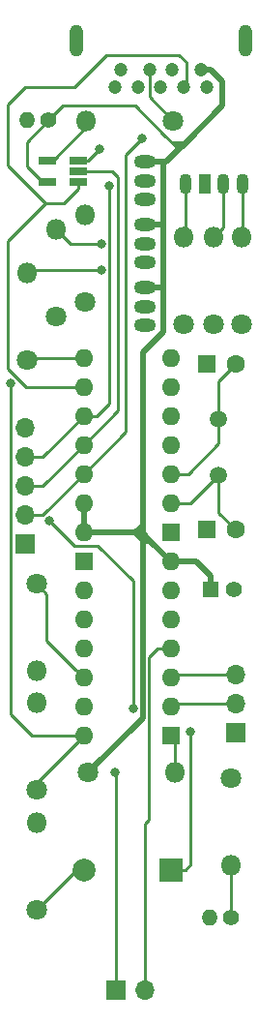
<source format=gbr>
G04 #@! TF.GenerationSoftware,KiCad,Pcbnew,5.0.2-bee76a0~70~ubuntu16.04.1*
G04 #@! TF.CreationDate,2019-09-24T08:49:17-06:00*
G04 #@! TF.ProjectId,soil_sensor_kicad_tht,736f696c-5f73-4656-9e73-6f725f6b6963,rev?*
G04 #@! TF.SameCoordinates,Original*
G04 #@! TF.FileFunction,Copper,L1,Top*
G04 #@! TF.FilePolarity,Positive*
%FSLAX46Y46*%
G04 Gerber Fmt 4.6, Leading zero omitted, Abs format (unit mm)*
G04 Created by KiCad (PCBNEW 5.0.2-bee76a0~70~ubuntu16.04.1) date Tue 24 Sep 2019 08:49:17 AM MDT*
%MOMM*%
%LPD*%
G01*
G04 APERTURE LIST*
G04 #@! TA.AperFunction,ComponentPad*
%ADD10O,1.800000X1.800000*%
G04 #@! TD*
G04 #@! TA.AperFunction,ComponentPad*
%ADD11C,1.800000*%
G04 #@! TD*
G04 #@! TA.AperFunction,ComponentPad*
%ADD12O,1.900000X1.150000*%
G04 #@! TD*
G04 #@! TA.AperFunction,ComponentPad*
%ADD13R,1.400000X1.400000*%
G04 #@! TD*
G04 #@! TA.AperFunction,ComponentPad*
%ADD14C,1.400000*%
G04 #@! TD*
G04 #@! TA.AperFunction,ComponentPad*
%ADD15O,1.070000X1.800000*%
G04 #@! TD*
G04 #@! TA.AperFunction,ComponentPad*
%ADD16R,1.070000X1.800000*%
G04 #@! TD*
G04 #@! TA.AperFunction,ComponentPad*
%ADD17C,1.200000*%
G04 #@! TD*
G04 #@! TA.AperFunction,ComponentPad*
%ADD18O,1.200000X2.800000*%
G04 #@! TD*
G04 #@! TA.AperFunction,SMDPad,CuDef*
%ADD19R,1.560000X0.650000*%
G04 #@! TD*
G04 #@! TA.AperFunction,ComponentPad*
%ADD20C,2.000000*%
G04 #@! TD*
G04 #@! TA.AperFunction,ComponentPad*
%ADD21R,2.000000X2.000000*%
G04 #@! TD*
G04 #@! TA.AperFunction,ComponentPad*
%ADD22R,1.700000X1.700000*%
G04 #@! TD*
G04 #@! TA.AperFunction,ComponentPad*
%ADD23O,1.700000X1.700000*%
G04 #@! TD*
G04 #@! TA.AperFunction,ComponentPad*
%ADD24C,1.600000*%
G04 #@! TD*
G04 #@! TA.AperFunction,ComponentPad*
%ADD25R,1.600000X1.600000*%
G04 #@! TD*
G04 #@! TA.AperFunction,ComponentPad*
%ADD26C,1.500000*%
G04 #@! TD*
G04 #@! TA.AperFunction,ComponentPad*
%ADD27O,1.600000X1.600000*%
G04 #@! TD*
G04 #@! TA.AperFunction,ComponentPad*
%ADD28O,1.400000X1.400000*%
G04 #@! TD*
G04 #@! TA.AperFunction,ViaPad*
%ADD29C,0.800000*%
G04 #@! TD*
G04 #@! TA.AperFunction,Conductor*
%ADD30C,0.250000*%
G04 #@! TD*
G04 #@! TA.AperFunction,Conductor*
%ADD31C,0.500000*%
G04 #@! TD*
G04 APERTURE END LIST*
D10*
G04 #@! TO.P,R7,2*
G04 #@! TO.N,Net-(D1-Pad4)*
X99500000Y-78180000D03*
D11*
G04 #@! TO.P,R7,1*
G04 #@! TO.N,Net-(Q3-Pad1)*
X99500000Y-85800000D03*
G04 #@! TD*
G04 #@! TO.P,R6,1*
G04 #@! TO.N,Net-(Q2-Pad1)*
X97000000Y-85800000D03*
D10*
G04 #@! TO.P,R6,2*
G04 #@! TO.N,Net-(D1-Pad3)*
X97000000Y-78180000D03*
G04 #@! TD*
G04 #@! TO.P,R4,2*
G04 #@! TO.N,Reset*
X93620000Y-125000000D03*
D11*
G04 #@! TO.P,R4,1*
G04 #@! TO.N,+5V*
X86000000Y-125000000D03*
G04 #@! TD*
G04 #@! TO.P,R3,1*
G04 #@! TO.N,SoilSensorIn*
X81500000Y-108500000D03*
D10*
G04 #@! TO.P,R3,2*
G04 #@! TO.N,GND*
X81500000Y-116120000D03*
G04 #@! TD*
G04 #@! TO.P,R2,2*
G04 #@! TO.N,GND*
X81500000Y-118880000D03*
D11*
G04 #@! TO.P,R2,1*
G04 #@! TO.N,LDR*
X81500000Y-126500000D03*
G04 #@! TD*
G04 #@! TO.P,R5,1*
G04 #@! TO.N,Net-(Q1-Pad1)*
X94400000Y-85800000D03*
D10*
G04 #@! TO.P,R5,2*
G04 #@! TO.N,Net-(D1-Pad2)*
X94400000Y-78180000D03*
G04 #@! TD*
G04 #@! TO.P,R8,2*
G04 #@! TO.N,Net-(Q1-Pad2)*
X80645000Y-81280000D03*
D11*
G04 #@! TO.P,R8,1*
G04 #@! TO.N,Red*
X80645000Y-88900000D03*
G04 #@! TD*
G04 #@! TO.P,R9,1*
G04 #@! TO.N,Green*
X83185000Y-85090000D03*
D10*
G04 #@! TO.P,R9,2*
G04 #@! TO.N,Net-(Q2-Pad2)*
X83185000Y-77470000D03*
G04 #@! TD*
G04 #@! TO.P,R10,2*
G04 #@! TO.N,Net-(Q3-Pad2)*
X85725000Y-76200000D03*
D11*
G04 #@! TO.P,R10,1*
G04 #@! TO.N,Blue*
X85725000Y-83820000D03*
G04 #@! TD*
G04 #@! TO.P,R11,1*
G04 #@! TO.N,GND*
X98500000Y-125500000D03*
D10*
G04 #@! TO.P,R11,2*
G04 #@! TO.N,Thermistor*
X98500000Y-133120000D03*
G04 #@! TD*
G04 #@! TO.P,R12,2*
G04 #@! TO.N,GND*
X81500000Y-129380000D03*
D11*
G04 #@! TO.P,R12,1*
G04 #@! TO.N,Net-(BZ1-Pad2)*
X81500000Y-137000000D03*
G04 #@! TD*
G04 #@! TO.P,R13,1*
G04 #@! TO.N,Net-(J4-Pad3)*
X93500000Y-68000000D03*
D10*
G04 #@! TO.P,R13,2*
G04 #@! TO.N,Net-(R13-Pad2)*
X85880000Y-68000000D03*
G04 #@! TD*
D12*
G04 #@! TO.P,Q1,2*
G04 #@! TO.N,Net-(Q1-Pad2)*
X91000000Y-84230000D03*
G04 #@! TO.P,Q1,3*
G04 #@! TO.N,+5V*
X91000000Y-82579000D03*
G04 #@! TO.P,Q1,1*
G04 #@! TO.N,Net-(Q1-Pad1)*
X91000000Y-85881000D03*
G04 #@! TD*
G04 #@! TO.P,Q2,1*
G04 #@! TO.N,Net-(Q2-Pad1)*
X91000000Y-80381000D03*
G04 #@! TO.P,Q2,3*
G04 #@! TO.N,+5V*
X91000000Y-77079000D03*
G04 #@! TO.P,Q2,2*
G04 #@! TO.N,Net-(Q2-Pad2)*
X91000000Y-78730000D03*
G04 #@! TD*
G04 #@! TO.P,Q3,2*
G04 #@! TO.N,Net-(Q3-Pad2)*
X91000000Y-73230000D03*
G04 #@! TO.P,Q3,3*
G04 #@! TO.N,+5V*
X91000000Y-71579000D03*
G04 #@! TO.P,Q3,1*
G04 #@! TO.N,Net-(Q3-Pad1)*
X91000000Y-74881000D03*
G04 #@! TD*
D13*
G04 #@! TO.P,C1,1*
G04 #@! TO.N,+5V*
X96746000Y-109000000D03*
D14*
G04 #@! TO.P,C1,2*
G04 #@! TO.N,GND*
X98778000Y-109000000D03*
G04 #@! TD*
D15*
G04 #@! TO.P,D1,2*
G04 #@! TO.N,Net-(D1-Pad2)*
X94592000Y-73500000D03*
D16*
G04 #@! TO.P,D1,1*
G04 #@! TO.N,GND*
X96243000Y-73500000D03*
D15*
G04 #@! TO.P,D1,3*
G04 #@! TO.N,Net-(D1-Pad3)*
X97894000Y-73500000D03*
G04 #@! TO.P,D1,4*
G04 #@! TO.N,Net-(D1-Pad4)*
X99545000Y-73500000D03*
G04 #@! TD*
D17*
G04 #@! TO.P,J4,1*
G04 #@! TO.N,+5V*
X95885000Y-63500000D03*
G04 #@! TO.P,J4,2*
G04 #@! TO.N,SCK*
X93385000Y-63500000D03*
G04 #@! TO.P,J4,3*
G04 #@! TO.N,Net-(J4-Pad3)*
X91385000Y-63500000D03*
G04 #@! TO.P,J4,4*
G04 #@! TO.N,GND*
X88885000Y-63500000D03*
G04 #@! TO.P,J4,5*
G04 #@! TO.N,Net-(J4-Pad5)*
X88385000Y-65000000D03*
G04 #@! TO.P,J4,6*
G04 #@! TO.N,Net-(J4-Pad6)*
X90385000Y-65000000D03*
G04 #@! TO.P,J4,7*
G04 #@! TO.N,GND*
X92385000Y-65000000D03*
G04 #@! TO.P,J4,8*
G04 #@! TO.N,SS*
X94385000Y-65000000D03*
G04 #@! TO.P,J4,9*
G04 #@! TO.N,MOSI*
X96385000Y-65000000D03*
D18*
G04 #@! TO.P,J4,10*
G04 #@! TO.N,GND*
X84963000Y-60960000D03*
X99822000Y-60960000D03*
G04 #@! TD*
D19*
G04 #@! TO.P,U2,1*
G04 #@! TO.N,SS*
X85170000Y-73340000D03*
G04 #@! TO.P,U2,2*
G04 #@! TO.N,MISO*
X85170000Y-72390000D03*
G04 #@! TO.P,U2,3*
G04 #@! TO.N,GND*
X85170000Y-71440000D03*
G04 #@! TO.P,U2,4*
G04 #@! TO.N,Net-(R13-Pad2)*
X82470000Y-71440000D03*
G04 #@! TO.P,U2,5*
G04 #@! TO.N,+5V*
X82470000Y-73340000D03*
G04 #@! TD*
D20*
G04 #@! TO.P,BZ1,2*
G04 #@! TO.N,Net-(BZ1-Pad2)*
X85700000Y-133500000D03*
D21*
G04 #@! TO.P,BZ1,1*
G04 #@! TO.N,Buzzer*
X93300000Y-133500000D03*
G04 #@! TD*
D22*
G04 #@! TO.P,J1,1*
G04 #@! TO.N,SoilSensorIn*
X88500000Y-144000000D03*
D23*
G04 #@! TO.P,J1,2*
G04 #@! TO.N,SoilSensorOut*
X91040000Y-144000000D03*
G04 #@! TD*
D22*
G04 #@! TO.P,J2,1*
G04 #@! TO.N,GND*
X99000000Y-121500000D03*
D23*
G04 #@! TO.P,J2,2*
G04 #@! TO.N,RX*
X99000000Y-118960000D03*
G04 #@! TO.P,J2,3*
G04 #@! TO.N,TX*
X99000000Y-116420000D03*
G04 #@! TD*
D22*
G04 #@! TO.P,J3,1*
G04 #@! TO.N,GND*
X80500000Y-105000000D03*
D23*
G04 #@! TO.P,J3,2*
G04 #@! TO.N,SCK*
X80500000Y-102460000D03*
G04 #@! TO.P,J3,3*
G04 #@! TO.N,MISO*
X80500000Y-99920000D03*
G04 #@! TO.P,J3,4*
G04 #@! TO.N,MOSI*
X80500000Y-97380000D03*
G04 #@! TO.P,J3,5*
G04 #@! TO.N,Reset*
X80500000Y-94840000D03*
G04 #@! TD*
D24*
G04 #@! TO.P,C2,2*
G04 #@! TO.N,Net-(C2-Pad2)*
X98950000Y-103750000D03*
D25*
G04 #@! TO.P,C2,1*
G04 #@! TO.N,GND*
X96450000Y-103750000D03*
G04 #@! TD*
D24*
G04 #@! TO.P,C3,1*
G04 #@! TO.N,Net-(C3-Pad1)*
X98950000Y-89250000D03*
D25*
G04 #@! TO.P,C3,2*
G04 #@! TO.N,GND*
X96450000Y-89250000D03*
G04 #@! TD*
D26*
G04 #@! TO.P,Y1,1*
G04 #@! TO.N,Net-(C2-Pad2)*
X97450000Y-99000000D03*
G04 #@! TO.P,Y1,2*
G04 #@! TO.N,Net-(C3-Pad1)*
X97450000Y-94100000D03*
G04 #@! TD*
D25*
G04 #@! TO.P,U1,1*
G04 #@! TO.N,Reset*
X93250000Y-121750000D03*
D27*
G04 #@! TO.P,U1,15*
G04 #@! TO.N,Red*
X85630000Y-88730000D03*
G04 #@! TO.P,U1,2*
G04 #@! TO.N,RX*
X93250000Y-119210000D03*
G04 #@! TO.P,U1,16*
G04 #@! TO.N,SS*
X85630000Y-91270000D03*
G04 #@! TO.P,U1,3*
G04 #@! TO.N,TX*
X93250000Y-116670000D03*
G04 #@! TO.P,U1,17*
G04 #@! TO.N,MOSI*
X85630000Y-93810000D03*
G04 #@! TO.P,U1,4*
G04 #@! TO.N,SoilSensorOut*
X93250000Y-114130000D03*
G04 #@! TO.P,U1,18*
G04 #@! TO.N,MISO*
X85630000Y-96350000D03*
G04 #@! TO.P,U1,5*
G04 #@! TO.N,Buzzer*
X93250000Y-111590000D03*
G04 #@! TO.P,U1,19*
G04 #@! TO.N,SCK*
X85630000Y-98890000D03*
G04 #@! TO.P,U1,6*
G04 #@! TO.N,Net-(U1-Pad6)*
X93250000Y-109050000D03*
G04 #@! TO.P,U1,20*
G04 #@! TO.N,+5V*
X85630000Y-101430000D03*
G04 #@! TO.P,U1,7*
X93250000Y-106510000D03*
G04 #@! TO.P,U1,21*
X85630000Y-103970000D03*
D25*
G04 #@! TO.P,U1,8*
G04 #@! TO.N,GND*
X93250000Y-103970000D03*
G04 #@! TO.P,U1,22*
X85630000Y-106510000D03*
D27*
G04 #@! TO.P,U1,9*
G04 #@! TO.N,Net-(C2-Pad2)*
X93250000Y-101430000D03*
G04 #@! TO.P,U1,23*
G04 #@! TO.N,Net-(U1-Pad23)*
X85630000Y-109050000D03*
G04 #@! TO.P,U1,10*
G04 #@! TO.N,Net-(C3-Pad1)*
X93250000Y-98890000D03*
G04 #@! TO.P,U1,24*
G04 #@! TO.N,Net-(U1-Pad24)*
X85630000Y-111590000D03*
G04 #@! TO.P,U1,11*
G04 #@! TO.N,Green*
X93250000Y-96350000D03*
G04 #@! TO.P,U1,25*
G04 #@! TO.N,Net-(U1-Pad25)*
X85630000Y-114130000D03*
G04 #@! TO.P,U1,12*
G04 #@! TO.N,Blue*
X93250000Y-93810000D03*
G04 #@! TO.P,U1,26*
G04 #@! TO.N,SoilSensorIn*
X85630000Y-116670000D03*
G04 #@! TO.P,U1,13*
G04 #@! TO.N,Net-(U1-Pad13)*
X93250000Y-91270000D03*
G04 #@! TO.P,U1,27*
G04 #@! TO.N,Thermistor*
X85630000Y-119210000D03*
G04 #@! TO.P,U1,14*
G04 #@! TO.N,Net-(U1-Pad14)*
X93250000Y-88730000D03*
G04 #@! TO.P,U1,28*
G04 #@! TO.N,LDR*
X85630000Y-121750000D03*
G04 #@! TD*
D28*
G04 #@! TO.P,R1,2*
G04 #@! TO.N,LDR*
X80650000Y-67945000D03*
D14*
G04 #@! TO.P,R1,1*
G04 #@! TO.N,+5V*
X82550000Y-67945000D03*
G04 #@! TD*
G04 #@! TO.P,TH1,1*
G04 #@! TO.N,Thermistor*
X98552000Y-137668000D03*
D28*
G04 #@! TO.P,TH1,2*
G04 #@! TO.N,+5V*
X96652000Y-137668000D03*
G04 #@! TD*
D29*
G04 #@! TO.N,Net-(Q1-Pad2)*
X87159000Y-81026000D03*
G04 #@! TO.N,GND*
X86995000Y-70485000D03*
G04 #@! TO.N,LDR*
X79243347Y-90936653D03*
G04 #@! TO.N,SoilSensorIn*
X88392000Y-124968000D03*
G04 #@! TO.N,Net-(Q2-Pad2)*
X87159000Y-78740000D03*
G04 #@! TO.N,Reset*
X89955000Y-119380000D03*
X82612653Y-102932653D03*
G04 #@! TO.N,MOSI*
X87878070Y-73660012D03*
G04 #@! TO.N,SCK*
X90750000Y-69500000D03*
G04 #@! TO.N,Buzzer*
X94996000Y-121412000D03*
G04 #@! TD*
D30*
G04 #@! TO.N,Red*
X80815000Y-88730000D02*
X80645000Y-88900000D01*
X85630000Y-88730000D02*
X80815000Y-88730000D01*
G04 #@! TO.N,Net-(Q1-Pad2)*
X80899000Y-81026000D02*
X80645000Y-81280000D01*
X87159000Y-81026000D02*
X80899000Y-81026000D01*
G04 #@! TO.N,Thermistor*
X98500000Y-137616000D02*
X98552000Y-137668000D01*
X98500000Y-133120000D02*
X98500000Y-137616000D01*
G04 #@! TO.N,GND*
X86040000Y-71440000D02*
X86995000Y-70485000D01*
X85170000Y-71440000D02*
X86040000Y-71440000D01*
G04 #@! TO.N,Net-(Q3-Pad2)*
X86061410Y-76200000D02*
X85725000Y-76200000D01*
G04 #@! TO.N,Net-(D1-Pad4)*
X99545000Y-78135000D02*
X99500000Y-78180000D01*
X99545000Y-73500000D02*
X99545000Y-78135000D01*
G04 #@! TO.N,Net-(Q2-Pad1)*
X91000000Y-80500000D02*
X91000000Y-80000000D01*
G04 #@! TO.N,Net-(D1-Pad3)*
X97040000Y-77340000D02*
X96500000Y-77880000D01*
X97894000Y-77286000D02*
X97000000Y-78180000D01*
X97894000Y-73500000D02*
X97894000Y-77286000D01*
G04 #@! TO.N,Net-(D1-Pad2)*
X94250000Y-73750000D02*
X94500000Y-73500000D01*
X94592000Y-77988000D02*
X94400000Y-78180000D01*
X94592000Y-73500000D02*
X94592000Y-77988000D01*
G04 #@! TO.N,LDR*
X79243347Y-90936653D02*
X79243347Y-119883347D01*
X81110000Y-121750000D02*
X85630000Y-121750000D01*
X79243347Y-119883347D02*
X81110000Y-121750000D01*
X81500000Y-125880000D02*
X81500000Y-126500000D01*
X85630000Y-121750000D02*
X81500000Y-125880000D01*
G04 #@! TO.N,SoilSensorIn*
X84830001Y-115870001D02*
X85630000Y-116670000D01*
X82399999Y-113439999D02*
X84830001Y-115870001D01*
X82399999Y-109399999D02*
X82399999Y-113439999D01*
X81500000Y-108500000D02*
X82399999Y-109399999D01*
X88500000Y-125076000D02*
X88392000Y-124968000D01*
X88500000Y-144000000D02*
X88500000Y-125076000D01*
G04 #@! TO.N,Net-(Q2-Pad2)*
X84455000Y-78740000D02*
X83185000Y-77470000D01*
X87159000Y-78740000D02*
X84455000Y-78740000D01*
D31*
G04 #@! TO.N,+5V*
X85630000Y-101430000D02*
X85630000Y-103970000D01*
X90805000Y-104140000D02*
X90880000Y-104140000D01*
X92649999Y-86420001D02*
X90805000Y-88265000D01*
X92649999Y-77470000D02*
X92639999Y-77460000D01*
X92649999Y-83185000D02*
X92649999Y-86420001D01*
X92450000Y-71579000D02*
X91000000Y-71579000D01*
X92649999Y-71778999D02*
X92450000Y-71579000D01*
X92529000Y-77000000D02*
X92649999Y-77000000D01*
X92450000Y-77079000D02*
X92529000Y-77000000D01*
X91000000Y-77079000D02*
X92450000Y-77079000D01*
X92649999Y-77470000D02*
X92649999Y-77000000D01*
X92649999Y-77000000D02*
X92649999Y-71778999D01*
X92529000Y-82500000D02*
X92649999Y-82500000D01*
X92450000Y-82579000D02*
X92529000Y-82500000D01*
X91000000Y-82579000D02*
X92450000Y-82579000D01*
X92649999Y-77470000D02*
X92649999Y-82500000D01*
X92649999Y-82500000D02*
X92649999Y-83185000D01*
X94381370Y-106510000D02*
X93250000Y-106510000D01*
X95456000Y-106510000D02*
X94381370Y-106510000D01*
X96746000Y-107800000D02*
X95456000Y-106510000D01*
X96746000Y-109000000D02*
X96746000Y-107800000D01*
X92450000Y-71579000D02*
X92886000Y-71579000D01*
X96733528Y-63500000D02*
X95885000Y-63500000D01*
X97790000Y-64556472D02*
X96733528Y-63500000D01*
X97790000Y-66675000D02*
X97790000Y-64556472D01*
D30*
X90170000Y-66675000D02*
X92720001Y-69225001D01*
D31*
X92886000Y-71579000D02*
X93980000Y-70485000D01*
D30*
X82550000Y-67945000D02*
X83820000Y-66675000D01*
X83820000Y-66675000D02*
X90170000Y-66675000D01*
D31*
X94615000Y-69850000D02*
X97790000Y-66675000D01*
D30*
X92720001Y-69225001D02*
X93345000Y-69850000D01*
D31*
X94310200Y-70154800D02*
X94615000Y-69850000D01*
D30*
X94310200Y-70154800D02*
X94030800Y-70154800D01*
D31*
X93980000Y-70485000D02*
X94310200Y-70154800D01*
D30*
X93726000Y-69850000D02*
X93345000Y-69850000D01*
X94310200Y-70154800D02*
X94310200Y-70129400D01*
X94310200Y-70129400D02*
X94030800Y-69850000D01*
X94030800Y-69850000D02*
X93726000Y-69850000D01*
X94615000Y-69850000D02*
X94030800Y-69850000D01*
X93980000Y-70485000D02*
X93980000Y-70104000D01*
X93827600Y-69951600D02*
X93726000Y-69850000D01*
X93980000Y-70104000D02*
X93827600Y-69951600D01*
X94030800Y-70154800D02*
X93827600Y-69951600D01*
X93599000Y-70104000D02*
X93980000Y-70104000D01*
X93599000Y-70104000D02*
X93980000Y-70485000D01*
X93446600Y-69951600D02*
X93827600Y-69951600D01*
X93345000Y-69850000D02*
X93446600Y-69951600D01*
X93446600Y-69951600D02*
X93599000Y-70104000D01*
D31*
X90635000Y-103970000D02*
X90805000Y-104140000D01*
X90805000Y-120195000D02*
X86000000Y-125000000D01*
X90805000Y-103886000D02*
X90805000Y-104140000D01*
X90170000Y-104013000D02*
X90805000Y-104648000D01*
X90170000Y-103970000D02*
X90170000Y-104013000D01*
X90170000Y-103970000D02*
X90635000Y-103970000D01*
X85630000Y-103970000D02*
X90170000Y-103970000D01*
X90805000Y-103886000D02*
X90805000Y-104648000D01*
X90805000Y-104648000D02*
X90805000Y-120195000D01*
X90857000Y-104700000D02*
X90805000Y-104648000D01*
X91440000Y-104700000D02*
X90857000Y-104700000D01*
X90880000Y-104140000D02*
X91440000Y-104700000D01*
X91440000Y-104700000D02*
X93250000Y-106510000D01*
X90805000Y-103378000D02*
X90805000Y-103886000D01*
X90170000Y-104013000D02*
X90805000Y-103378000D01*
X90805000Y-88265000D02*
X90805000Y-103378000D01*
D30*
X82015000Y-73340000D02*
X80645000Y-71970000D01*
X82470000Y-73340000D02*
X82015000Y-73340000D01*
X80645000Y-69850000D02*
X82550000Y-67945000D01*
X80645000Y-71970000D02*
X80645000Y-69850000D01*
G04 #@! TO.N,SoilSensorOut*
X91380010Y-114868620D02*
X91380010Y-129091990D01*
X92118630Y-114130000D02*
X91380010Y-114868620D01*
X93250000Y-114130000D02*
X92118630Y-114130000D01*
X91040000Y-129432000D02*
X91040000Y-144000000D01*
X91380010Y-129091990D02*
X91040000Y-129432000D01*
G04 #@! TO.N,Net-(C2-Pad2)*
X97450000Y-102250000D02*
X98950000Y-103750000D01*
X97450000Y-99000000D02*
X97450000Y-102250000D01*
X93820000Y-101430000D02*
X93250000Y-101430000D01*
X95020000Y-101430000D02*
X93250000Y-101430000D01*
X97450000Y-99000000D02*
X95020000Y-101430000D01*
G04 #@! TO.N,Net-(C3-Pad1)*
X98150001Y-90049999D02*
X98950000Y-89250000D01*
X97450000Y-90750000D02*
X98150001Y-90049999D01*
X97450000Y-94100000D02*
X97450000Y-90750000D01*
X94785000Y-98890000D02*
X93250000Y-98890000D01*
X97450000Y-96225000D02*
X94785000Y-98890000D01*
X97450000Y-94100000D02*
X97450000Y-96225000D01*
G04 #@! TO.N,Reset*
X93620000Y-122120000D02*
X93250000Y-121750000D01*
X93620000Y-125000000D02*
X93620000Y-122120000D01*
X86868000Y-105156000D02*
X84836000Y-105156000D01*
X89955000Y-108243000D02*
X86868000Y-105156000D01*
X84836000Y-105156000D02*
X82612653Y-102932653D01*
X89955000Y-119380000D02*
X89955000Y-108243000D01*
G04 #@! TO.N,RX*
X93500000Y-118960000D02*
X93250000Y-119210000D01*
X99000000Y-118960000D02*
X93500000Y-118960000D01*
G04 #@! TO.N,TX*
X93500000Y-116420000D02*
X93250000Y-116670000D01*
X99000000Y-116420000D02*
X93500000Y-116420000D01*
G04 #@! TO.N,SS*
X83901000Y-75184000D02*
X85170000Y-73915000D01*
X85630000Y-91270000D02*
X80602000Y-91270000D01*
X80602000Y-91270000D02*
X78994000Y-89662000D01*
X85170000Y-73915000D02*
X85170000Y-73340000D01*
X78994000Y-89662000D02*
X78994000Y-78486000D01*
X82296000Y-75184000D02*
X83901000Y-75184000D01*
X78994000Y-78486000D02*
X82296000Y-75184000D01*
X82296000Y-75184000D02*
X78994000Y-71882000D01*
X78994000Y-71882000D02*
X78994000Y-66548000D01*
X78994000Y-66548000D02*
X80542000Y-65000000D01*
X80542000Y-65000000D02*
X84860000Y-65000000D01*
X84860000Y-65000000D02*
X87630000Y-62230000D01*
X93345000Y-62230000D02*
X93980000Y-62230000D01*
X87630000Y-62230000D02*
X93345000Y-62230000D01*
X93345000Y-62230000D02*
X93484002Y-62230000D01*
X93980000Y-62230000D02*
X94615000Y-62865000D01*
X94615000Y-62865000D02*
X94615000Y-64135000D01*
X94615000Y-64135000D02*
X94615000Y-64770000D01*
G04 #@! TO.N,MOSI*
X85320000Y-93810000D02*
X85630000Y-93810000D01*
X86761370Y-93810000D02*
X87884000Y-92687370D01*
X85630000Y-93810000D02*
X86761370Y-93810000D01*
X87884000Y-73665942D02*
X87878070Y-73660012D01*
X87884000Y-92687370D02*
X87884000Y-73665942D01*
X82060000Y-97380000D02*
X85630000Y-93810000D01*
X80500000Y-97380000D02*
X82060000Y-97380000D01*
G04 #@! TO.N,MISO*
X85320000Y-96350000D02*
X85630000Y-96350000D01*
X88646000Y-93334000D02*
X85630000Y-96350000D01*
X88646000Y-72898000D02*
X88601410Y-72898000D01*
X88601410Y-72898000D02*
X88646000Y-93334000D01*
X88138000Y-72390000D02*
X85170000Y-72390000D01*
X88646000Y-72898000D02*
X88138000Y-72390000D01*
X82060000Y-99920000D02*
X85630000Y-96350000D01*
X80500000Y-99920000D02*
X82060000Y-99920000D01*
G04 #@! TO.N,SCK*
X85320000Y-98890000D02*
X85630000Y-98890000D01*
X89326410Y-95193590D02*
X85630000Y-98890000D01*
X89326410Y-70923590D02*
X89326410Y-95193590D01*
X90750000Y-69500000D02*
X89326410Y-70923590D01*
X82060000Y-102460000D02*
X85630000Y-98890000D01*
X80500000Y-102460000D02*
X82060000Y-102460000D01*
G04 #@! TO.N,Net-(BZ1-Pad2)*
X85000000Y-133500000D02*
X85700000Y-133500000D01*
X81500000Y-137000000D02*
X85000000Y-133500000D01*
G04 #@! TO.N,Buzzer*
X94550000Y-133500000D02*
X93300000Y-133500000D01*
X94996000Y-133054000D02*
X94550000Y-133500000D01*
X94996000Y-121412000D02*
X94996000Y-133054000D01*
G04 #@! TO.N,Net-(J4-Pad3)*
X91385000Y-65885000D02*
X91385000Y-63500000D01*
X93500000Y-68000000D02*
X91385000Y-65885000D01*
G04 #@! TO.N,Net-(R13-Pad2)*
X85880000Y-68485000D02*
X85880000Y-68000000D01*
X82925000Y-71440000D02*
X85880000Y-68485000D01*
X82470000Y-71440000D02*
X82925000Y-71440000D01*
G04 #@! TD*
M02*

</source>
